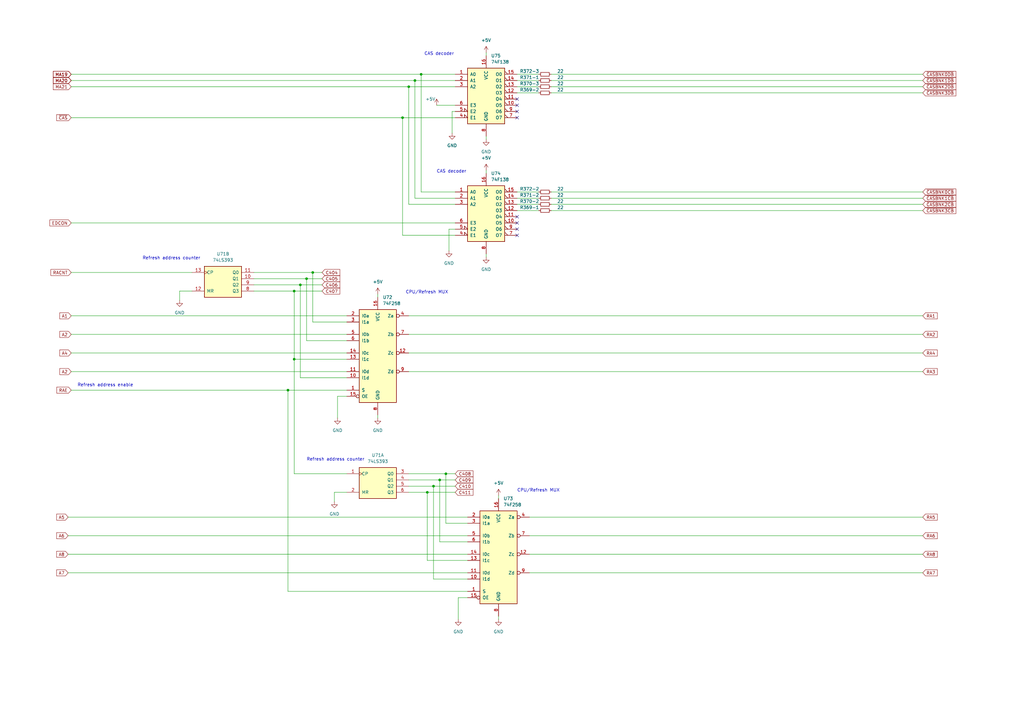
<source format=kicad_sch>
(kicad_sch (version 20211123) (generator eeschema)
  (paper "A3")
  (lib_symbols
    (symbol "74xx:74LS138" (pin_names (offset 1.016))
      (property "Reference" "U" (at -7.62 11.43 0))
      (property "Value" "74LS138" (at -7.62 -13.97 0))
      (symbol "74LS138_1_0"
        (pin input line (at -12.7 7.62 0) (length 5.08) (name "A0") (number "1"))
        (pin output output_low (at 12.7 -5.08 180) (length 5.08) (name "O5") (number "10"))
        (pin output output_low (at 12.7 -2.54 180) (length 5.08) (name "O4") (number "11"))
        (pin output output_low (at 12.7 0 180) (length 5.08) (name "O3") (number "12"))
        (pin output output_low (at 12.7 2.54 180) (length 5.08) (name "O2") (number "13"))
        (pin output output_low (at 12.7 5.08 180) (length 5.08) (name "O1") (number "14"))
        (pin output output_low (at 12.7 7.62 180) (length 5.08) (name "O0") (number "15"))
        (pin power_in line (at 0 15.24 270) (length 5.08) (name "VCC") (number "16"))
        (pin input line (at -12.7 5.08 0) (length 5.08) (name "A1") (number "2"))
        (pin input line (at -12.7 2.54 0) (length 5.08) (name "A2") (number "3"))
        (pin input input_low (at -12.7 -10.16 0) (length 5.08) (name "E1") (number "4"))
        (pin input input_low (at -12.7 -7.62 0) (length 5.08) (name "E2") (number "5"))
        (pin input line (at -12.7 -5.08 0) (length 5.08) (name "E3") (number "6"))
        (pin output output_low (at 12.7 -10.16 180) (length 5.08) (name "O7") (number "7"))
        (pin power_in line (at 0 -17.78 90) (length 5.08) (name "GND") (number "8"))
        (pin output output_low (at 12.7 -7.62 180) (length 5.08) (name "O6") (number "9"))
      )
      (symbol "74LS138_1_1"
        (rectangle (start -7.62 10.16) (end 7.62 -12.7) (stroke (width 0.254)) (fill (type background)))
      )
    )
    (symbol "74xx:74LS258" (pin_names (offset 1.016))
      (property "Reference" "U" (at -7.62 19.05 0))
      (property "Value" "74LS258" (at -7.62 -21.59 0))
      (symbol "74LS258_1_0"
        (pin input line (at -12.7 -15.24 0) (length 5.08) (name "S") (number "1"))
        (pin input line (at -12.7 -10.16 0) (length 5.08) (name "I1d") (number "10"))
        (pin input line (at -12.7 -7.62 0) (length 5.08) (name "I0d") (number "11"))
        (pin tri_state inverted (at 12.7 0 180) (length 5.08) (name "Zc") (number "12"))
        (pin input line (at -12.7 -2.54 0) (length 5.08) (name "I1c") (number "13"))
        (pin input line (at -12.7 0 0) (length 5.08) (name "I0c") (number "14"))
        (pin input inverted (at -12.7 -17.78 0) (length 5.08) (name "OE") (number "15"))
        (pin power_in line (at 0 22.86 270) (length 5.08) (name "VCC") (number "16"))
        (pin input line (at -12.7 15.24 0) (length 5.08) (name "I0a") (number "2"))
        (pin input line (at -12.7 12.7 0) (length 5.08) (name "I1a") (number "3"))
        (pin tri_state inverted (at 12.7 15.24 180) (length 5.08) (name "Za") (number "4"))
        (pin input line (at -12.7 7.62 0) (length 5.08) (name "I0b") (number "5"))
        (pin input line (at -12.7 5.08 0) (length 5.08) (name "I1b") (number "6"))
        (pin tri_state inverted (at 12.7 7.62 180) (length 5.08) (name "Zb") (number "7"))
        (pin power_in line (at 0 -25.4 90) (length 5.08) (name "GND") (number "8"))
        (pin tri_state inverted (at 12.7 -7.62 180) (length 5.08) (name "Zd") (number "9"))
      )
      (symbol "74LS258_1_1"
        (rectangle (start -7.62 17.78) (end 7.62 -20.32) (stroke (width 0.254)) (fill (type background)))
      )
    )
    (symbol "74xx:74LS393" (pin_names (offset 1.016))
      (property "Reference" "U" (at -7.62 8.89 0))
      (property "Value" "74LS393" (at -7.62 -8.89 0))
      (symbol "74LS393_1_0"
        (pin input clock (at -12.7 2.54 0) (length 5.08) (name "CP") (number "1"))
        (pin input line (at -12.7 -5.08 0) (length 5.08) (name "MR") (number "2"))
        (pin output line (at 12.7 2.54 180) (length 5.08) (name "Q0") (number "3"))
        (pin output line (at 12.7 0 180) (length 5.08) (name "Q1") (number "4"))
        (pin output line (at 12.7 -2.54 180) (length 5.08) (name "Q2") (number "5"))
        (pin output line (at 12.7 -5.08 180) (length 5.08) (name "Q3") (number "6"))
      )
      (symbol "74LS393_1_1"
        (rectangle (start -7.62 5.08) (end 7.62 -7.62) (stroke (width 0.254)) (fill (type background)))
      )
      (symbol "74LS393_2_0"
        (pin output line (at 12.7 0 180) (length 5.08) (name "Q1") (number "10"))
        (pin output line (at 12.7 2.54 180) (length 5.08) (name "Q0") (number "11"))
        (pin input line (at -12.7 -5.08 0) (length 5.08) (name "MR") (number "12"))
        (pin input clock (at -12.7 2.54 0) (length 5.08) (name "CP") (number "13"))
        (pin output line (at 12.7 -5.08 180) (length 5.08) (name "Q3") (number "8"))
        (pin output line (at 12.7 -2.54 180) (length 5.08) (name "Q2") (number "9"))
      )
      (symbol "74LS393_2_1"
        (rectangle (start -7.62 5.08) (end 7.62 -7.62) (stroke (width 0.254)) (fill (type background)))
      )
      (symbol "74LS393_3_0"
        (pin power_in line (at 0 12.7 270) (length 5.08) (name "VCC") (number "14"))
        (pin power_in line (at 0 -12.7 90) (length 5.08) (name "GND") (number "7"))
      )
      (symbol "74LS393_3_1"
        (rectangle (start -5.08 7.62) (end 5.08 -7.62) (stroke (width 0.254)) (fill (type background)))
      )
    )
    (symbol "Device:R_Small" (pin_numbers hide) (pin_names (offset 0.254) hide)
      (property "Reference" "R" (at 0.762 0.508 0))
      (property "Value" "R_Small" (at 0.762 -1.016 0))
      (symbol "R_Small_0_1"
        (rectangle (start -0.762 1.778) (end 0.762 -1.778) (stroke (width 0.2032)))
      )
      (symbol "R_Small_1_1"
        (pin passive line (at 0 2.54 270) (length 0.762) (name "~") (number "1"))
        (pin passive line (at 0 -2.54 90) (length 0.762) (name "~") (number "2"))
      )
    )
    (symbol "power:+5V" (power) (pin_names (offset 0))
      (property "Value" "+5V" (at 0 3.556 0))
      (symbol "+5V_0_1"
        (polyline (pts (xy -0.762 1.27) (xy 0 2.54)))
        (polyline (pts (xy 0 0) (xy 0 2.54)))
        (polyline (pts (xy 0 2.54) (xy 0.762 1.27)))
      )
      (symbol "+5V_1_1"
        (pin power_in line (at 0 0 90) (length 0) hide (name "+5V") (number "1"))
      )
    )
    (symbol "power:GND" (power) (pin_names (offset 0))
      (property "Value" "GND" (at 0 -3.81 0))
      (symbol "GND_0_1"
        (polyline (pts (xy 0 0) (xy 0 -1.27) (xy 1.27 -1.27) (xy 0 -2.54) (xy -1.27 -1.27) (xy 0 -1.27)))
      )
      (symbol "GND_1_1"
        (pin power_in line (at 0 0 270) (length 0) hide (name "GND") (number "1"))
      )
    )
  )
  (junction (at 170.18 33.02))
  (junction (at 182.88 194.31))
  (junction (at 175.26 201.93))
  (junction (at 128.27 111.76))
  (junction (at 120.65 119.38))
  (junction (at 165.1 48.26))
  (junction (at 123.19 116.84))
  (junction (at 167.64 35.56))
  (junction (at 120.65 147.32))
  (junction (at 177.8 199.39))
  (junction (at 172.72 30.48))
  (junction (at 118.11 160.02))
  (junction (at 180.34 196.85))
  (junction (at 125.73 114.3))
  (no_connect (at 212.09 93.98))
  (no_connect (at 212.09 96.52))
  (no_connect (at 212.09 91.44))
  (no_connect (at 212.09 43.18))
  (no_connect (at 212.09 40.64))
  (no_connect (at 212.09 45.72))
  (no_connect (at 212.09 88.9))
  (no_connect (at 212.09 48.26))
  (wire (pts (xy 180.34 196.85) (xy 186.69 196.85)))
  (wire (pts (xy 184.15 93.98) (xy 186.69 93.98)))
  (wire (pts (xy 186.69 83.82) (xy 167.64 83.82)))
  (wire (pts (xy 226.06 81.28) (xy 378.46 81.28)))
  (wire (pts (xy 125.73 139.7) (xy 142.24 139.7)))
  (wire (pts (xy 182.88 214.63) (xy 191.77 214.63)))
  (wire (pts (xy 138.43 171.45) (xy 138.43 162.56)))
  (wire (pts (xy 175.26 201.93) (xy 175.26 229.87)))
  (wire (pts (xy 29.21 33.02) (xy 170.18 33.02)))
  (wire (pts (xy 29.21 30.48) (xy 172.72 30.48)))
  (wire (pts (xy 175.26 201.93) (xy 186.69 201.93)))
  (wire (pts (xy 167.64 196.85) (xy 180.34 196.85)))
  (wire (pts (xy 138.43 162.56) (xy 142.24 162.56)))
  (wire (pts (xy 180.34 222.25) (xy 191.77 222.25)))
  (wire (pts (xy 29.21 152.4) (xy 142.24 152.4)))
  (wire (pts (xy 226.06 35.56) (xy 378.46 35.56)))
  (wire (pts (xy 167.64 35.56) (xy 186.69 35.56)))
  (wire (pts (xy 165.1 48.26) (xy 186.69 48.26)))
  (wire (pts (xy 170.18 33.02) (xy 186.69 33.02)))
  (wire (pts (xy 142.24 201.93) (xy 137.16 201.93)))
  (wire (pts (xy 204.47 252.73) (xy 204.47 254)))
  (wire (pts (xy 177.8 199.39) (xy 186.69 199.39)))
  (wire (pts (xy 104.14 116.84) (xy 123.19 116.84)))
  (wire (pts (xy 226.06 33.02) (xy 378.46 33.02)))
  (wire (pts (xy 165.1 96.52) (xy 165.1 48.26)))
  (wire (pts (xy 167.64 129.54) (xy 378.46 129.54)))
  (wire (pts (xy 226.06 83.82) (xy 378.46 83.82)))
  (wire (pts (xy 137.16 201.93) (xy 137.16 205.74)))
  (wire (pts (xy 120.65 119.38) (xy 132.08 119.38)))
  (wire (pts (xy 142.24 144.78) (xy 29.21 144.78)))
  (wire (pts (xy 118.11 160.02) (xy 29.21 160.02)))
  (wire (pts (xy 226.06 30.48) (xy 378.46 30.48)))
  (wire (pts (xy 104.14 111.76) (xy 128.27 111.76)))
  (wire (pts (xy 142.24 160.02) (xy 118.11 160.02)))
  (wire (pts (xy 199.39 104.14) (xy 199.39 105.41)))
  (wire (pts (xy 167.64 83.82) (xy 167.64 35.56)))
  (wire (pts (xy 212.09 38.1) (xy 220.98 38.1)))
  (wire (pts (xy 175.26 229.87) (xy 191.77 229.87)))
  (wire (pts (xy 212.09 33.02) (xy 220.98 33.02)))
  (wire (pts (xy 185.42 45.72) (xy 186.69 45.72)))
  (wire (pts (xy 27.94 212.09) (xy 191.77 212.09)))
  (wire (pts (xy 170.18 81.28) (xy 170.18 33.02)))
  (wire (pts (xy 217.17 227.33) (xy 378.46 227.33)))
  (wire (pts (xy 125.73 114.3) (xy 125.73 139.7)))
  (wire (pts (xy 204.47 203.2) (xy 204.47 204.47)))
  (wire (pts (xy 212.09 30.48) (xy 220.98 30.48)))
  (wire (pts (xy 226.06 78.74) (xy 378.46 78.74)))
  (wire (pts (xy 128.27 111.76) (xy 132.08 111.76)))
  (wire (pts (xy 167.64 194.31) (xy 182.88 194.31)))
  (wire (pts (xy 185.42 54.61) (xy 185.42 45.72)))
  (wire (pts (xy 142.24 129.54) (xy 29.21 129.54)))
  (wire (pts (xy 180.34 196.85) (xy 180.34 222.25)))
  (wire (pts (xy 179.07 43.18) (xy 186.69 43.18)))
  (wire (pts (xy 154.94 170.18) (xy 154.94 171.45)))
  (wire (pts (xy 186.69 96.52) (xy 165.1 96.52)))
  (wire (pts (xy 226.06 38.1) (xy 378.46 38.1)))
  (wire (pts (xy 123.19 154.94) (xy 142.24 154.94)))
  (wire (pts (xy 217.17 212.09) (xy 378.46 212.09)))
  (wire (pts (xy 217.17 219.71) (xy 378.46 219.71)))
  (wire (pts (xy 125.73 114.3) (xy 132.08 114.3)))
  (wire (pts (xy 184.15 102.87) (xy 184.15 93.98)))
  (wire (pts (xy 182.88 194.31) (xy 182.88 214.63)))
  (wire (pts (xy 120.65 194.31) (xy 142.24 194.31)))
  (wire (pts (xy 104.14 119.38) (xy 120.65 119.38)))
  (wire (pts (xy 186.69 78.74) (xy 172.72 78.74)))
  (wire (pts (xy 29.21 35.56) (xy 167.64 35.56)))
  (wire (pts (xy 167.64 199.39) (xy 177.8 199.39)))
  (wire (pts (xy 186.69 81.28) (xy 170.18 81.28)))
  (wire (pts (xy 167.64 137.16) (xy 378.46 137.16)))
  (wire (pts (xy 27.94 234.95) (xy 191.77 234.95)))
  (wire (pts (xy 27.94 227.33) (xy 191.77 227.33)))
  (wire (pts (xy 199.39 55.88) (xy 199.39 57.15)))
  (wire (pts (xy 78.74 119.38) (xy 73.66 119.38)))
  (wire (pts (xy 123.19 116.84) (xy 132.08 116.84)))
  (wire (pts (xy 167.64 144.78) (xy 378.46 144.78)))
  (wire (pts (xy 212.09 35.56) (xy 220.98 35.56)))
  (wire (pts (xy 187.96 245.11) (xy 191.77 245.11)))
  (wire (pts (xy 212.09 81.28) (xy 220.98 81.28)))
  (wire (pts (xy 120.65 147.32) (xy 142.24 147.32)))
  (wire (pts (xy 120.65 119.38) (xy 120.65 147.32)))
  (wire (pts (xy 212.09 83.82) (xy 220.98 83.82)))
  (wire (pts (xy 118.11 160.02) (xy 118.11 242.57)))
  (wire (pts (xy 29.21 48.26) (xy 165.1 48.26)))
  (wire (pts (xy 154.94 120.65) (xy 154.94 121.92)))
  (wire (pts (xy 73.66 119.38) (xy 73.66 123.19)))
  (wire (pts (xy 104.14 114.3) (xy 125.73 114.3)))
  (wire (pts (xy 128.27 111.76) (xy 128.27 132.08)))
  (wire (pts (xy 78.74 111.76) (xy 29.21 111.76)))
  (wire (pts (xy 212.09 86.36) (xy 220.98 86.36)))
  (wire (pts (xy 199.39 69.85) (xy 199.39 71.12)))
  (wire (pts (xy 177.8 237.49) (xy 191.77 237.49)))
  (wire (pts (xy 177.8 199.39) (xy 177.8 237.49)))
  (wire (pts (xy 167.64 152.4) (xy 378.46 152.4)))
  (wire (pts (xy 187.96 254) (xy 187.96 245.11)))
  (wire (pts (xy 120.65 147.32) (xy 120.65 194.31)))
  (wire (pts (xy 128.27 132.08) (xy 142.24 132.08)))
  (wire (pts (xy 199.39 21.59) (xy 199.39 22.86)))
  (wire (pts (xy 172.72 78.74) (xy 172.72 30.48)))
  (wire (pts (xy 172.72 30.48) (xy 186.69 30.48)))
  (wire (pts (xy 29.21 137.16) (xy 142.24 137.16)))
  (wire (pts (xy 226.06 86.36) (xy 378.46 86.36)))
  (wire (pts (xy 182.88 194.31) (xy 186.69 194.31)))
  (wire (pts (xy 217.17 234.95) (xy 378.46 234.95)))
  (wire (pts (xy 167.64 201.93) (xy 175.26 201.93)))
  (wire (pts (xy 27.94 219.71) (xy 191.77 219.71)))
  (wire (pts (xy 212.09 78.74) (xy 220.98 78.74)))
  (wire (pts (xy 123.19 116.84) (xy 123.19 154.94)))
  (wire (pts (xy 186.69 91.44) (xy 29.21 91.44)))
  (wire (pts (xy 118.11 242.57) (xy 191.77 242.57)))
  (text "CAS decoder" (at 173.99 22.86 0) (effects (font (size 1.27 1.27)) (justify left bottom)))
  (text "Refresh address enable\n" (at 31.75 158.75 0) (effects (font (size 1.27 1.27)) (justify left bottom)))
  (text "Refresh address counter\n" (at 125.73 189.23 0) (effects (font (size 1.27 1.27)) (justify left bottom)))
  (text "CAS decoder" (at 179.07 71.12 0) (effects (font (size 1.27 1.27)) (justify left bottom)))
  (text "CPU/Refresh MUX\n" (at 212.09 201.93 0) (effects (font (size 1.27 1.27)) (justify left bottom)))
  (text "Refresh address counter\n" (at 58.42 106.68 0) (effects (font (size 1.27 1.27)) (justify left bottom)))
  (text "CPU/Refresh MUX\n" (at 166.37 120.65 0) (effects (font (size 1.27 1.27)) (justify left bottom)))
  (global_label "RA4" (shape input) (at 378.46 144.78 0) (property "Intersheet References" "${INTERSHEET_REFS}" (effects hide)))
  (global_label "A5" (shape input) (at 27.94 212.09 180) (property "Intersheet References" "${INTERSHEET_REFS}" (effects hide)))
  (global_label "RACNT" (shape input) (at 29.21 111.76 180) (property "Intersheet References" "${INTERSHEET_REFS}" (effects hide)))
  (global_label "~{CASBNK3CB}" (shape input) (at 378.46 86.36 0) (property "Intersheet References" "${INTERSHEET_REFS}" (effects hide)))
  (global_label "C407" (shape input) (at 132.08 119.38 0) (property "Intersheet References" "${INTERSHEET_REFS}" (effects hide)))
  (global_label "~{CAS}" (shape input) (at 29.21 48.26 180) (property "Intersheet References" "${INTERSHEET_REFS}" (effects hide)))
  (global_label "RA1" (shape input) (at 378.46 129.54 0) (property "Intersheet References" "${INTERSHEET_REFS}" (effects hide)))
  (global_label "~{CASBNK2CB}" (shape input) (at 378.46 83.82 0) (property "Intersheet References" "${INTERSHEET_REFS}" (effects hide)))
  (global_label "C406" (shape input) (at 132.08 116.84 0) (property "Intersheet References" "${INTERSHEET_REFS}" (effects hide)))
  (global_label "RA6" (shape input) (at 378.46 219.71 0) (property "Intersheet References" "${INTERSHEET_REFS}" (effects hide)))
  (global_label "C409" (shape input) (at 186.69 196.85 0) (property "Intersheet References" "${INTERSHEET_REFS}" (effects hide)))
  (global_label "~{CASBNK1DB}" (shape input) (at 378.46 33.02 0) (property "Intersheet References" "${INTERSHEET_REFS}" (effects hide)))
  (global_label "MA20" (shape input) (at 29.21 33.02 180) (property "Intersheet References" "${INTERSHEET_REFS}" (effects hide)))
  (global_label "~{CASBNK1CB}" (shape input) (at 378.46 81.28 0) (property "Intersheet References" "${INTERSHEET_REFS}" (effects hide)))
  (global_label "RA8" (shape input) (at 378.46 227.33 0) (property "Intersheet References" "${INTERSHEET_REFS}" (effects hide)))
  (global_label "A7" (shape input) (at 27.94 234.95 180) (property "Intersheet References" "${INTERSHEET_REFS}" (effects hide)))
  (global_label "MA19" (shape input) (at 29.21 30.48 180) (property "Intersheet References" "${INTERSHEET_REFS}" (effects hide)))
  (global_label "RAE" (shape input) (at 29.21 160.02 180) (property "Intersheet References" "${INTERSHEET_REFS}" (effects hide)))
  (global_label "A2" (shape input) (at 29.21 137.16 180) (property "Intersheet References" "${INTERSHEET_REFS}" (effects hide)))
  (global_label "EDCON" (shape input) (at 29.21 91.44 180) (property "Intersheet References" "${INTERSHEET_REFS}" (effects hide)))
  (global_label "~{CASBNK0CB}" (shape input) (at 378.46 78.74 0) (property "Intersheet References" "${INTERSHEET_REFS}" (effects hide)))
  (global_label "C411" (shape input) (at 186.69 201.93 0) (property "Intersheet References" "${INTERSHEET_REFS}" (effects hide)))
  (global_label "C404" (shape input) (at 132.08 111.76 0) (property "Intersheet References" "${INTERSHEET_REFS}" (effects hide)))
  (global_label "~{CASBNK3DB}" (shape input) (at 378.46 38.1 0) (property "Intersheet References" "${INTERSHEET_REFS}" (effects hide)))
  (global_label "RA5" (shape input) (at 378.46 212.09 0) (property "Intersheet References" "${INTERSHEET_REFS}" (effects hide)))
  (global_label "RA7" (shape input) (at 378.46 234.95 0) (property "Intersheet References" "${INTERSHEET_REFS}" (effects hide)))
  (global_label "A4" (shape input) (at 29.21 144.78 180) (property "Intersheet References" "${INTERSHEET_REFS}" (effects hide)))
  (global_label "A6" (shape input) (at 27.94 219.71 180) (property "Intersheet References" "${INTERSHEET_REFS}" (effects hide)))
  (global_label "RA2" (shape input) (at 378.46 137.16 0) (property "Intersheet References" "${INTERSHEET_REFS}" (effects hide)))
  (global_label "A2" (shape input) (at 29.21 152.4 180) (property "Intersheet References" "${INTERSHEET_REFS}" (effects hide)))
  (global_label "RA3" (shape input) (at 378.46 152.4 0) (property "Intersheet References" "${INTERSHEET_REFS}" (effects hide)))
  (global_label "~{CASBNK2DB}" (shape input) (at 378.46 35.56 0) (property "Intersheet References" "${INTERSHEET_REFS}" (effects hide)))
  (global_label "C405" (shape input) (at 132.08 114.3 0) (property "Intersheet References" "${INTERSHEET_REFS}" (effects hide)))
  (global_label "MA21" (shape input) (at 29.21 35.56 180) (property "Intersheet References" "${INTERSHEET_REFS}" (effects hide)))
  (global_label "MA20" (shape input) (at 29.21 33.02 180) (property "Intersheet References" "${INTERSHEET_REFS}" (effects hide)))
  (global_label "A8" (shape input) (at 27.94 227.33 180) (property "Intersheet References" "${INTERSHEET_REFS}" (effects hide)))
  (global_label "C408" (shape input) (at 186.69 194.31 0) (property "Intersheet References" "${INTERSHEET_REFS}" (effects hide)))
  (global_label "C410" (shape input) (at 186.69 199.39 0) (property "Intersheet References" "${INTERSHEET_REFS}" (effects hide)))
  (global_label "A1" (shape input) (at 29.21 129.54 180) (property "Intersheet References" "${INTERSHEET_REFS}" (effects hide)))
  (global_label "~{CASBNK0DB}" (shape input) (at 378.46 30.48 0) (property "Intersheet References" "${INTERSHEET_REFS}" (effects hide)))
  (global_label "MA19" (shape input) (at 29.21 30.48 180) (property "Intersheet References" "${INTERSHEET_REFS}" (effects hide)))
  (symbol (lib_id "power:+5V") (at 204.47 203.2 0) (unit 1)
    (property "Reference" "#PWR0264" (effects hide))
    (property "Value" "+5V" (at 204.47 198.12 0))
  )
  (symbol (lib_id "power:GND") (at 199.39 105.41 0) (unit 1)
    (property "Reference" "#PWR0259" (effects hide))
    (property "Value" "GND" (at 199.39 110.49 0))
  )
  (symbol (lib_id "74xx:74LS258") (at 154.94 144.78 0) (unit 1)
    (property "Reference" "U72" (at 156.9594 121.92 0) (effects (justify left)))
    (property "Value" "74F258" (at 156.9594 124.46 0) (effects (justify left)))
    (property "Footprint" "Package_DIP:DIP-16_W7.62mm" (effects hide))
    (property "Datasheet" "http://www.ti.com/lit/gpn/sn74LS258" (effects hide))
  )
  (symbol (lib_id "power:+5V") (at 199.39 69.85 0) (unit 1)
    (property "Reference" "#PWR0252" (effects hide))
    (property "Value" "+5V" (at 199.39 64.77 0))
  )
  (symbol (lib_id "74xx:74LS258") (at 204.47 227.33 0) (unit 1)
    (property "Reference" "U73" (at 206.4894 204.47 0) (effects (justify left)))
    (property "Value" "74F258" (at 206.4894 207.01 0) (effects (justify left)))
    (property "Footprint" "Package_DIP:DIP-16_W7.62mm" (effects hide))
    (property "Datasheet" "http://www.ti.com/lit/gpn/sn74LS258" (effects hide))
  )
  (symbol (lib_id "74xx:74LS393") (at 154.94 196.85 0) (unit 1)
    (property "Reference" "U71" (at 154.94 186.69 0))
    (property "Value" "74LS393" (at 154.94 189.23 0))
    (property "Footprint" "Package_DIP:DIP-14_W7.62mm" (effects hide))
    (property "Datasheet" "74xx\\74LS393.pdf" (effects hide))
  )
  (symbol (lib_id "power:GND") (at 137.16 205.74 0) (unit 1)
    (property "Reference" "#PWR0255" (effects hide))
    (property "Value" "GND" (at 137.16 210.82 0))
  )
  (symbol (lib_id "Device:R_Small") (at 223.52 35.56 90) (unit 1)
    (property "Reference" "R370-3" (at 217.17 34.29 90))
    (property "Value" "22" (at 229.87 34.29 90))
    (property "Footprint" "Resistor_SMD:R_0402_1005Metric" (effects hide))
  )
  (symbol (lib_id "Device:R_Small") (at 223.52 83.82 90) (unit 1)
    (property "Reference" "R370-2" (at 217.17 82.55 90))
    (property "Value" "22" (at 229.87 82.55 90))
    (property "Footprint" "Resistor_SMD:R_0402_1005Metric" (effects hide))
  )
  (symbol (lib_id "Device:R_Small") (at 223.52 78.74 90) (unit 1)
    (property "Reference" "R372-2" (at 217.17 77.47 90))
    (property "Value" "22" (at 229.87 77.47 90))
    (property "Footprint" "Resistor_SMD:R_0402_1005Metric" (effects hide))
  )
  (symbol (lib_id "Device:R_Small") (at 223.52 81.28 90) (unit 1)
    (property "Reference" "R371-2" (at 217.17 80.01 90))
    (property "Value" "22" (at 229.87 80.01 90))
    (property "Footprint" "Resistor_SMD:R_0402_1005Metric" (effects hide))
  )
  (symbol (lib_id "Device:R_Small") (at 223.52 30.48 90) (unit 1)
    (property "Reference" "R372-3" (at 217.17 29.21 90))
    (property "Value" "22" (at 229.87 29.21 90))
    (property "Footprint" "Resistor_SMD:R_0402_1005Metric" (effects hide))
  )
  (symbol (lib_id "power:GND") (at 184.15 102.87 0) (unit 1)
    (property "Reference" "#PWR0258" (effects hide))
    (property "Value" "GND" (at 184.15 107.95 0))
  )
  (symbol (lib_id "power:+5V") (at 179.07 43.18 0) (unit 1)
    (property "Reference" "#PWR0254" (effects hide))
    (property "Value" "+5V" (at 176.53 40.64 0))
  )
  (symbol (lib_id "power:GND") (at 73.66 123.19 0) (unit 1)
    (property "Reference" "#PWR0260" (effects hide))
    (property "Value" "GND" (at 73.66 128.27 0))
  )
  (symbol (lib_id "power:GND") (at 154.94 171.45 0) (unit 1)
    (property "Reference" "#PWR0256" (effects hide))
    (property "Value" "GND" (at 154.94 176.53 0))
  )
  (symbol (lib_id "74xx:74LS138") (at 199.39 38.1 0) (unit 1)
    (property "Reference" "U75" (at 201.4094 22.86 0) (effects (justify left)))
    (property "Value" "74F138" (at 201.4094 25.4 0) (effects (justify left)))
    (property "Footprint" "Package_DIP:DIP-16_W7.62mm" (effects hide))
    (property "Datasheet" "http://www.ti.com/lit/gpn/sn74LS138" (effects hide))
  )
  (symbol (lib_id "power:+5V") (at 199.39 21.59 0) (unit 1)
    (property "Reference" "#PWR0250" (effects hide))
    (property "Value" "+5V" (at 199.39 16.51 0))
  )
  (symbol (lib_id "power:+5V") (at 154.94 120.65 0) (unit 1)
    (property "Reference" "#PWR0261" (effects hide))
    (property "Value" "+5V" (at 154.94 115.57 0))
  )
  (symbol (lib_id "power:GND") (at 187.96 254 0) (unit 1)
    (property "Reference" "#PWR0262" (effects hide))
    (property "Value" "GND" (at 187.96 259.08 0))
  )
  (symbol (lib_id "power:GND") (at 204.47 254 0) (unit 1)
    (property "Reference" "#PWR0263" (effects hide))
    (property "Value" "GND" (at 204.47 259.08 0))
  )
  (symbol (lib_id "power:GND") (at 185.42 54.61 0) (unit 1)
    (property "Reference" "#PWR0253" (effects hide))
    (property "Value" "GND" (at 185.42 59.69 0))
  )
  (symbol (lib_id "74xx:74LS138") (at 199.39 86.36 0) (unit 1)
    (property "Reference" "U74" (at 201.4094 71.12 0) (effects (justify left)))
    (property "Value" "74F138" (at 201.4094 73.66 0) (effects (justify left)))
    (property "Footprint" "Package_DIP:DIP-16_W7.62mm" (effects hide))
    (property "Datasheet" "http://www.ti.com/lit/gpn/sn74LS138" (effects hide))
  )
  (symbol (lib_id "Device:R_Small") (at 223.52 38.1 90) (unit 1)
    (property "Reference" "R369-2" (at 217.17 36.83 90))
    (property "Value" "22" (at 229.87 36.83 90))
    (property "Footprint" "Resistor_SMD:R_0402_1005Metric" (effects hide))
  )
  (symbol (lib_id "74xx:74LS393") (at 91.44 114.3 0) (unit 2)
    (property "Reference" "U71" (at 91.44 104.14 0))
    (property "Value" "74LS393" (at 91.44 106.68 0))
    (property "Footprint" "Package_DIP:DIP-14_W7.62mm" (effects hide))
    (property "Datasheet" "74xx\\74LS393.pdf" (effects hide))
  )
  (symbol (lib_id "Device:R_Small") (at 223.52 33.02 90) (unit 1)
    (property "Reference" "R371-1" (at 217.17 31.75 90))
    (property "Value" "22" (at 229.87 31.75 90))
    (property "Footprint" "Resistor_SMD:R_0402_1005Metric" (effects hide))
  )
  (symbol (lib_id "Device:R_Small") (at 223.52 86.36 90) (unit 1)
    (property "Reference" "R369-1" (at 217.17 85.09 90))
    (property "Value" "22" (at 229.87 85.09 90))
    (property "Footprint" "Resistor_SMD:R_0402_1005Metric" (effects hide))
  )
  (symbol (lib_id "power:GND") (at 199.39 57.15 0) (unit 1)
    (property "Reference" "#PWR0251" (effects hide))
    (property "Value" "GND" (at 199.39 62.23 0))
  )
  (symbol (lib_id "power:GND") (at 138.43 171.45 0) (unit 1)
    (property "Reference" "#PWR0257" (effects hide))
    (property "Value" "GND" (at 138.43 176.53 0))
  )
)
</source>
